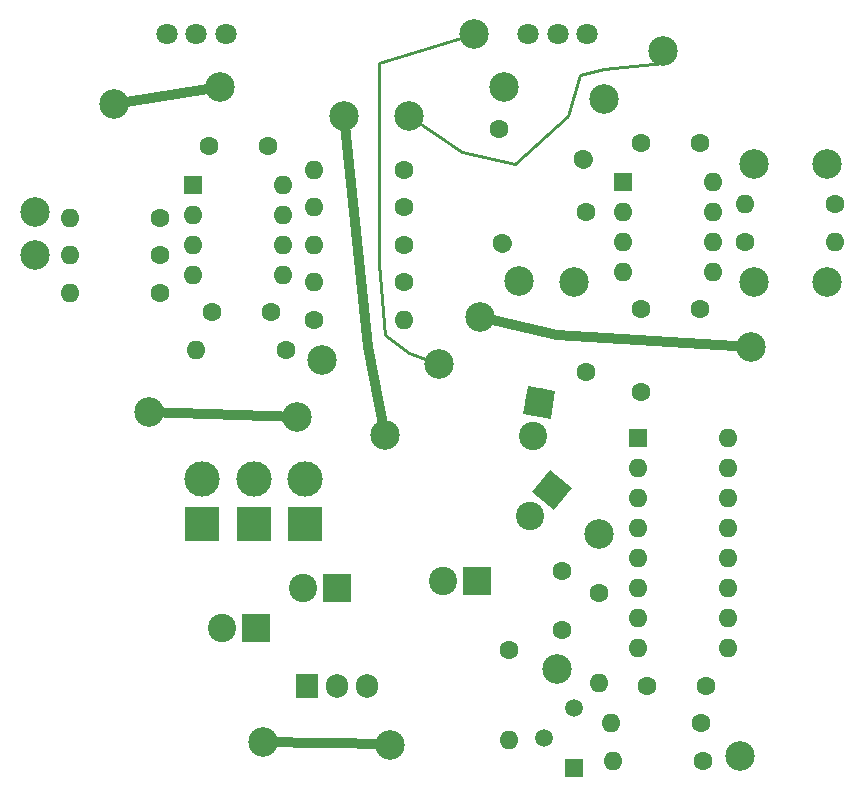
<source format=gbr>
G04 #@! TF.GenerationSoftware,KiCad,Pcbnew,(5.1.2-1)-1*
G04 #@! TF.CreationDate,2021-10-10T15:57:48-04:00*
G04 #@! TF.ProjectId,my_fav_reverb,6d795f66-6176-45f7-9265-766572622e6b,rev?*
G04 #@! TF.SameCoordinates,Original*
G04 #@! TF.FileFunction,Copper,L1,Top*
G04 #@! TF.FilePolarity,Positive*
%FSLAX46Y46*%
G04 Gerber Fmt 4.6, Leading zero omitted, Abs format (unit mm)*
G04 Created by KiCad (PCBNEW (5.1.2-1)-1) date 2021-10-10 15:57:48*
%MOMM*%
%LPD*%
G04 APERTURE LIST*
%ADD10C,2.499360*%
%ADD11C,2.400000*%
%ADD12C,0.100000*%
%ADD13R,2.400000X2.400000*%
%ADD14C,1.600000*%
%ADD15C,1.600000*%
%ADD16C,1.800000*%
%ADD17R,1.500000X1.500000*%
%ADD18C,1.500000*%
%ADD19O,1.600000X1.600000*%
%ADD20R,1.600000X1.600000*%
%ADD21R,2.999740X2.999740*%
%ADD22C,2.999740*%
%ADD23R,1.905000X2.000000*%
%ADD24O,1.905000X2.000000*%
%ADD25C,0.800000*%
%ADD26C,0.812800*%
%ADD27C,0.250000*%
G04 APERTURE END LIST*
D10*
X45360000Y-81740000D03*
X34620000Y-81510000D03*
D11*
X57227935Y-62358047D03*
X59105517Y-60120431D03*
D12*
G36*
X58957609Y-58429833D02*
G01*
X60796115Y-59972523D01*
X59253425Y-61811029D01*
X57414919Y-60268339D01*
X58957609Y-58429833D01*
X58957609Y-58429833D01*
G37*
D11*
X57501972Y-55586777D03*
X58009198Y-52710153D03*
D12*
G36*
X57035807Y-51320006D02*
G01*
X59399345Y-51736762D01*
X58982589Y-54100300D01*
X56619051Y-53683544D01*
X57035807Y-51320006D01*
X57035807Y-51320006D01*
G37*
D11*
X49857000Y-67812800D03*
D13*
X52778000Y-67812800D03*
D11*
X31157000Y-71782800D03*
D13*
X34078000Y-71782800D03*
D11*
X38027000Y-68442800D03*
D13*
X40948000Y-68442800D03*
D10*
X49500000Y-49500000D03*
X52500000Y-21500000D03*
X68500000Y-23000000D03*
X47000000Y-28500000D03*
X45000000Y-55500000D03*
X41500000Y-28500000D03*
X31000000Y-26000000D03*
X22000000Y-27500000D03*
X53000000Y-45500000D03*
X76000000Y-48000000D03*
X37500000Y-54000000D03*
D14*
X62000000Y-36585075D03*
X54839542Y-39191268D03*
D15*
X54839542Y-39191268D02*
X54839542Y-39191268D01*
D10*
X25000000Y-53500000D03*
D16*
X59578100Y-21538100D03*
X62078100Y-21538100D03*
X57078100Y-21538100D03*
X29000000Y-21538100D03*
X31500000Y-21538100D03*
X26500000Y-21538100D03*
D17*
X60960000Y-83693000D03*
D18*
X60960000Y-78613000D03*
X58420000Y-81153000D03*
D19*
X72771000Y-34036000D03*
X65151000Y-41656000D03*
X72771000Y-36576000D03*
X65151000Y-39116000D03*
X72771000Y-39116000D03*
X65151000Y-36576000D03*
X72771000Y-41656000D03*
D20*
X65151000Y-34036000D03*
D14*
X30052000Y-30988000D03*
X35052000Y-30988000D03*
X66628000Y-44831000D03*
X71628000Y-44831000D03*
X71628000Y-30734000D03*
X66628000Y-30734000D03*
X35306000Y-45085000D03*
X30306000Y-45085000D03*
X61976000Y-50165000D03*
X66674463Y-51875101D03*
X59944000Y-67009000D03*
X59944000Y-72009000D03*
X67183000Y-76708000D03*
X72183000Y-76708000D03*
D21*
X38227000Y-62992000D03*
D22*
X38227000Y-59182000D03*
X33909000Y-59182000D03*
D21*
X33909000Y-62992000D03*
X29464000Y-62992000D03*
D22*
X29464000Y-59182000D03*
D10*
X15367000Y-36576000D03*
X15367000Y-40259000D03*
X59563000Y-75311000D03*
X63119000Y-63881000D03*
X39624000Y-49149000D03*
X56319423Y-42413475D03*
X82423000Y-42545000D03*
X55036514Y-26056826D03*
X82423000Y-32512000D03*
X75057000Y-82677000D03*
X61000000Y-42500000D03*
X76200000Y-42545000D03*
X76200000Y-32512000D03*
X63500000Y-27000000D03*
D19*
X18288000Y-37084000D03*
D14*
X25908000Y-37084000D03*
X25908000Y-40259000D03*
D19*
X18288000Y-40259000D03*
X18288000Y-43434000D03*
D14*
X25908000Y-43434000D03*
X71882000Y-83058000D03*
D19*
X64262000Y-83058000D03*
D14*
X55499000Y-73660000D03*
D19*
X55499000Y-81280000D03*
D14*
X36576000Y-48260000D03*
D19*
X28956000Y-48260000D03*
D14*
X46609000Y-39370000D03*
D19*
X38989000Y-39370000D03*
X38989000Y-42545000D03*
D14*
X46609000Y-42545000D03*
X71755000Y-79883000D03*
D19*
X64135000Y-79883000D03*
X46609000Y-45720000D03*
D14*
X38989000Y-45720000D03*
X46609000Y-33020000D03*
D19*
X38989000Y-33020000D03*
X38989000Y-36195000D03*
D14*
X46609000Y-36195000D03*
D19*
X63119000Y-76454000D03*
D14*
X63119000Y-68834000D03*
D19*
X83058000Y-39116000D03*
D14*
X75438000Y-39116000D03*
X61740231Y-32145845D03*
D15*
X61740231Y-32145845D02*
X61740231Y-32145845D01*
D14*
X54579773Y-29539652D03*
X83058000Y-35941000D03*
D19*
X75438000Y-35941000D03*
D23*
X38354000Y-76708000D03*
D24*
X40894000Y-76708000D03*
X43434000Y-76708000D03*
D20*
X28702000Y-34290000D03*
D19*
X36322000Y-41910000D03*
X28702000Y-36830000D03*
X36322000Y-39370000D03*
X28702000Y-39370000D03*
X36322000Y-36830000D03*
X28702000Y-41910000D03*
X36322000Y-34290000D03*
D20*
X66421000Y-55753000D03*
D19*
X74041000Y-73533000D03*
X66421000Y-58293000D03*
X74041000Y-70993000D03*
X66421000Y-60833000D03*
X74041000Y-68453000D03*
X66421000Y-63373000D03*
X74041000Y-65913000D03*
X66421000Y-65913000D03*
X74041000Y-63373000D03*
X66421000Y-68453000D03*
X74041000Y-60833000D03*
X66421000Y-70993000D03*
X74041000Y-58293000D03*
X66421000Y-73533000D03*
X74041000Y-55753000D03*
D25*
X45000000Y-55500000D03*
X41500000Y-28500000D03*
X45333781Y-81666219D03*
X34500000Y-81500000D03*
X37500000Y-54000000D03*
X25000000Y-53500000D03*
X31000000Y-26000000D03*
X22000000Y-27500000D03*
X47000000Y-28500000D03*
X68500000Y-23000000D03*
X49500000Y-49500000D03*
X52500000Y-21500000D03*
X53000000Y-45500000D03*
X76000000Y-48000000D03*
D26*
X45000000Y-55500000D02*
X43500000Y-48000000D01*
X43500000Y-48000000D02*
X41500000Y-28500000D01*
X41500000Y-28500000D02*
X41500000Y-28500000D01*
X45333781Y-81666219D02*
X34500000Y-81500000D01*
X34500000Y-81500000D02*
X34500000Y-81500000D01*
X37500000Y-54000000D02*
X25000000Y-53500000D01*
X25000000Y-53500000D02*
X25000000Y-53500000D01*
X31000000Y-26000000D02*
X22000000Y-27500000D01*
X22000000Y-27500000D02*
X22000000Y-27500000D01*
D27*
X47000000Y-28500000D02*
X51500000Y-31500000D01*
X51500000Y-31500000D02*
X56000000Y-32500000D01*
X56000000Y-32500000D02*
X60500000Y-28500000D01*
X60500000Y-28500000D02*
X61500000Y-25000000D01*
X61500000Y-25000000D02*
X63500000Y-24500000D01*
X63500000Y-24500000D02*
X68500000Y-24000000D01*
X68500000Y-24000000D02*
X68500000Y-23000000D01*
X68500000Y-23000000D02*
X68500000Y-23000000D01*
X49500000Y-49500000D02*
X47000000Y-48500000D01*
X47000000Y-48500000D02*
X45000000Y-47000000D01*
X45000000Y-47000000D02*
X44500000Y-41000000D01*
X44500000Y-41000000D02*
X44500000Y-24000000D01*
X44500000Y-24000000D02*
X52500000Y-21500000D01*
X52500000Y-21500000D02*
X52500000Y-21500000D01*
D26*
X53000000Y-45500000D02*
X59500000Y-47000000D01*
X59500000Y-47000000D02*
X76000000Y-48000000D01*
X76000000Y-48000000D02*
X76000000Y-48000000D01*
M02*

</source>
